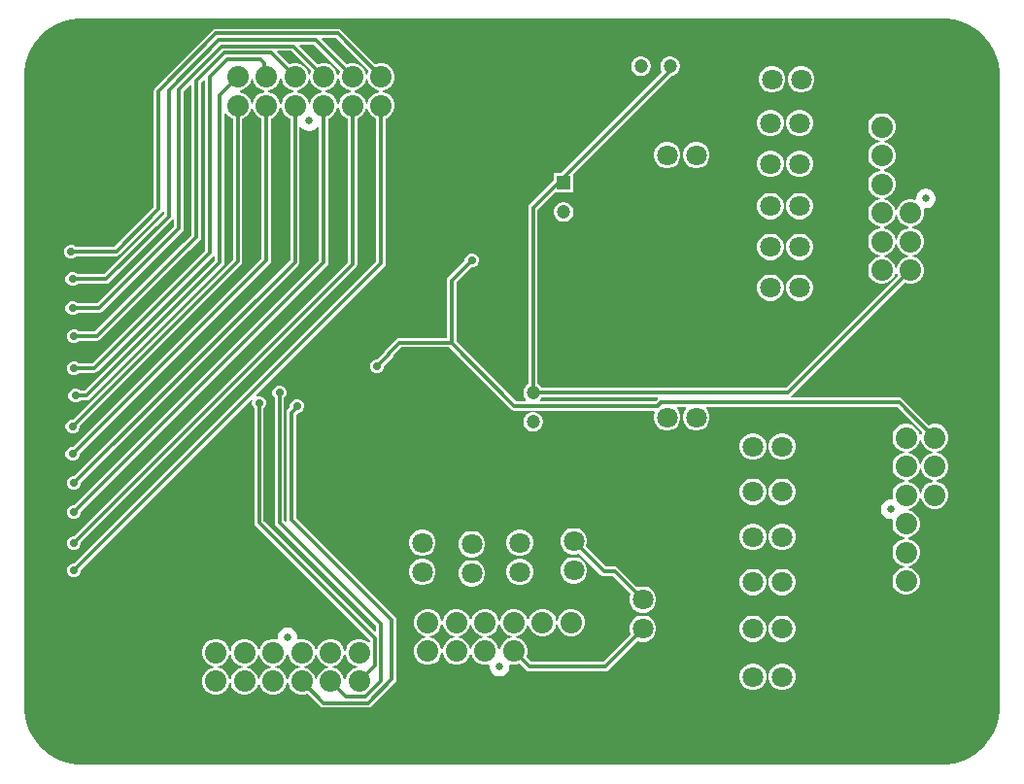
<source format=gbl>
G04*
G04 #@! TF.GenerationSoftware,Altium Limited,Altium Designer,24.1.2 (44)*
G04*
G04 Layer_Physical_Order=2*
G04 Layer_Color=16711680*
%FSLAX44Y44*%
%MOMM*%
G71*
G04*
G04 #@! TF.SameCoordinates,E38D7037-6A90-4068-B891-1ACC2802136D*
G04*
G04*
G04 #@! TF.FilePolarity,Positive*
G04*
G01*
G75*
%ADD35C,0.3000*%
%ADD36C,1.8000*%
%ADD37C,1.2000*%
%ADD38R,1.2000X1.2000*%
%ADD39C,1.8750*%
%ADD40C,0.6750*%
%ADD41R,1.2000X1.2000*%
%ADD42C,0.7000*%
G04:AMPARAMS|DCode=43|XSize=5mm|YSize=5mm|CornerRadius=1.25mm|HoleSize=0mm|Usage=FLASHONLY|Rotation=0.000|XOffset=0mm|YOffset=0mm|HoleType=Round|Shape=RoundedRectangle|*
%AMROUNDEDRECTD43*
21,1,5.0000,2.5000,0,0,0.0*
21,1,2.5000,5.0000,0,0,0.0*
1,1,2.5000,1.2500,-1.2500*
1,1,2.5000,-1.2500,-1.2500*
1,1,2.5000,-1.2500,1.2500*
1,1,2.5000,1.2500,1.2500*
%
%ADD43ROUNDEDRECTD43*%
G36*
X800000Y650000D02*
X803277D01*
X809775Y649144D01*
X816106Y647448D01*
X822162Y644940D01*
X827838Y641663D01*
X833038Y637673D01*
X837673Y633038D01*
X841663Y627838D01*
X844940Y622162D01*
X847448Y616106D01*
X849144Y609775D01*
X850000Y603277D01*
Y600000D01*
X850000Y600000D01*
X850000Y600000D01*
X850000Y50000D01*
Y46723D01*
X849145Y40224D01*
X847448Y33893D01*
X844940Y27838D01*
X841663Y22162D01*
X837673Y16962D01*
X833038Y12327D01*
X827838Y8337D01*
X822162Y5060D01*
X816106Y2552D01*
X809775Y856D01*
X803277Y0D01*
X46723D01*
X40224Y856D01*
X33893Y2552D01*
X27838Y5060D01*
X22162Y8337D01*
X16962Y12327D01*
X12327Y16962D01*
X8337Y22162D01*
X5060Y27838D01*
X2552Y33893D01*
X856Y40224D01*
X0Y46723D01*
X0Y50000D01*
X0Y600000D01*
Y603277D01*
X856Y609775D01*
X2552Y616106D01*
X5060Y622162D01*
X8337Y627838D01*
X12327Y633038D01*
X16962Y637673D01*
X22162Y641663D01*
X27838Y644940D01*
X33893Y647448D01*
X40224Y649144D01*
X46723Y650000D01*
X50000D01*
X50000Y650000D01*
X800000Y650000D01*
D02*
G37*
%LPC*%
G36*
X538334Y616870D02*
X536086D01*
X533914Y616288D01*
X531966Y615164D01*
X530376Y613574D01*
X529252Y611626D01*
X528670Y609454D01*
Y607206D01*
X529252Y605034D01*
X530376Y603086D01*
X531966Y601496D01*
X533914Y600372D01*
X536086Y599790D01*
X538334D01*
X540506Y600372D01*
X542454Y601496D01*
X544044Y603086D01*
X545168Y605034D01*
X545750Y607206D01*
Y609454D01*
X545168Y611626D01*
X544044Y613574D01*
X542454Y615164D01*
X540506Y616288D01*
X538334Y616870D01*
D02*
G37*
G36*
X678429Y608440D02*
X675391D01*
X672456Y607654D01*
X669824Y606134D01*
X667676Y603986D01*
X666156Y601354D01*
X665370Y598419D01*
Y595381D01*
X666156Y592446D01*
X667676Y589814D01*
X669824Y587666D01*
X672456Y586147D01*
X675391Y585360D01*
X678429D01*
X681364Y586147D01*
X683996Y587666D01*
X686144Y589814D01*
X687663Y592446D01*
X688450Y595381D01*
Y598419D01*
X687663Y601354D01*
X686144Y603986D01*
X683996Y606134D01*
X681364Y607654D01*
X678429Y608440D01*
D02*
G37*
G36*
X653029D02*
X649991D01*
X647056Y607654D01*
X644424Y606134D01*
X642276Y603986D01*
X640757Y601354D01*
X639970Y598419D01*
Y595381D01*
X640757Y592446D01*
X642276Y589814D01*
X644424Y587666D01*
X647056Y586147D01*
X649991Y585360D01*
X653029D01*
X655964Y586147D01*
X658596Y587666D01*
X660744Y589814D01*
X662263Y592446D01*
X663050Y595381D01*
Y598419D01*
X662263Y601354D01*
X660744Y603986D01*
X658596Y606134D01*
X655964Y607654D01*
X653029Y608440D01*
D02*
G37*
G36*
X677159Y570340D02*
X674121D01*
X671186Y569553D01*
X668554Y568034D01*
X666406Y565886D01*
X664886Y563254D01*
X664100Y560319D01*
Y557281D01*
X664886Y554346D01*
X666406Y551714D01*
X668554Y549566D01*
X671186Y548046D01*
X674121Y547260D01*
X677159D01*
X680094Y548046D01*
X682726Y549566D01*
X684874Y551714D01*
X686394Y554346D01*
X687180Y557281D01*
Y560319D01*
X686394Y563254D01*
X684874Y565886D01*
X682726Y568034D01*
X680094Y569553D01*
X677159Y570340D01*
D02*
G37*
G36*
X651759D02*
X648721D01*
X645786Y569553D01*
X643154Y568034D01*
X641006Y565886D01*
X639487Y563254D01*
X638700Y560319D01*
Y557281D01*
X639487Y554346D01*
X641006Y551714D01*
X643154Y549566D01*
X645786Y548046D01*
X648721Y547260D01*
X651759D01*
X654694Y548046D01*
X657326Y549566D01*
X659474Y551714D01*
X660993Y554346D01*
X661780Y557281D01*
Y560319D01*
X660993Y563254D01*
X659474Y565886D01*
X657326Y568034D01*
X654694Y569553D01*
X651759Y570340D01*
D02*
G37*
G36*
X586989Y542400D02*
X583951D01*
X581016Y541614D01*
X578384Y540094D01*
X576236Y537946D01*
X574716Y535314D01*
X573930Y532379D01*
Y529341D01*
X574716Y526406D01*
X576236Y523774D01*
X578384Y521626D01*
X581016Y520107D01*
X583951Y519320D01*
X586989D01*
X589924Y520107D01*
X592556Y521626D01*
X594704Y523774D01*
X596223Y526406D01*
X597010Y529341D01*
Y532379D01*
X596223Y535314D01*
X594704Y537946D01*
X592556Y540094D01*
X589924Y541614D01*
X586989Y542400D01*
D02*
G37*
G36*
X561589D02*
X558551D01*
X555616Y541614D01*
X552984Y540094D01*
X550836Y537946D01*
X549316Y535314D01*
X548530Y532379D01*
Y529341D01*
X549316Y526406D01*
X550836Y523774D01*
X552984Y521626D01*
X555616Y520107D01*
X558551Y519320D01*
X561589D01*
X564524Y520107D01*
X567156Y521626D01*
X569304Y523774D01*
X570824Y526406D01*
X571610Y529341D01*
Y532379D01*
X570824Y535314D01*
X569304Y537946D01*
X567156Y540094D01*
X564524Y541614D01*
X561589Y542400D01*
D02*
G37*
G36*
X677159Y534780D02*
X674121D01*
X671186Y533993D01*
X668554Y532474D01*
X666406Y530326D01*
X664886Y527694D01*
X664100Y524759D01*
Y521721D01*
X664886Y518786D01*
X666406Y516154D01*
X668554Y514006D01*
X671186Y512486D01*
X674121Y511700D01*
X677159D01*
X680094Y512486D01*
X682726Y514006D01*
X684874Y516154D01*
X686394Y518786D01*
X687180Y521721D01*
Y524759D01*
X686394Y527694D01*
X684874Y530326D01*
X682726Y532474D01*
X680094Y533993D01*
X677159Y534780D01*
D02*
G37*
G36*
X651759D02*
X648721D01*
X645786Y533993D01*
X643154Y532474D01*
X641006Y530326D01*
X639487Y527694D01*
X638700Y524759D01*
Y521721D01*
X639487Y518786D01*
X641006Y516154D01*
X643154Y514006D01*
X645786Y512486D01*
X648721Y511700D01*
X651759D01*
X654694Y512486D01*
X657326Y514006D01*
X659474Y516154D01*
X660993Y518786D01*
X661780Y521721D01*
Y524759D01*
X660993Y527694D01*
X659474Y530326D01*
X657326Y532474D01*
X654694Y533993D01*
X651759Y534780D01*
D02*
G37*
G36*
X677159Y497950D02*
X674121D01*
X671186Y497164D01*
X668554Y495644D01*
X666406Y493496D01*
X664886Y490864D01*
X664100Y487929D01*
Y484891D01*
X664886Y481956D01*
X666406Y479324D01*
X668554Y477176D01*
X671186Y475657D01*
X674121Y474870D01*
X677159D01*
X680094Y475657D01*
X682726Y477176D01*
X684874Y479324D01*
X686394Y481956D01*
X687180Y484891D01*
Y487929D01*
X686394Y490864D01*
X684874Y493496D01*
X682726Y495644D01*
X680094Y497164D01*
X677159Y497950D01*
D02*
G37*
G36*
X651759D02*
X648721D01*
X645786Y497164D01*
X643154Y495644D01*
X641006Y493496D01*
X639487Y490864D01*
X638700Y487929D01*
Y484891D01*
X639487Y481956D01*
X641006Y479324D01*
X643154Y477176D01*
X645786Y475657D01*
X648721Y474870D01*
X651759D01*
X654694Y475657D01*
X657326Y477176D01*
X659474Y479324D01*
X660993Y481956D01*
X661780Y484891D01*
Y487929D01*
X660993Y490864D01*
X659474Y493496D01*
X657326Y495644D01*
X654694Y497164D01*
X651759Y497950D01*
D02*
G37*
G36*
X471024Y489870D02*
X468776D01*
X466604Y489288D01*
X464656Y488164D01*
X463066Y486574D01*
X461942Y484626D01*
X461360Y482454D01*
Y480206D01*
X461942Y478034D01*
X463066Y476086D01*
X464656Y474496D01*
X466604Y473372D01*
X468776Y472790D01*
X471024D01*
X473196Y473372D01*
X475144Y474496D01*
X476734Y476086D01*
X477858Y478034D01*
X478440Y480206D01*
Y482454D01*
X477858Y484626D01*
X476734Y486574D01*
X475144Y488164D01*
X473196Y489288D01*
X471024Y489870D01*
D02*
G37*
G36*
X677159Y462390D02*
X674121D01*
X671186Y461604D01*
X668554Y460084D01*
X666406Y457936D01*
X664886Y455304D01*
X664100Y452369D01*
Y449331D01*
X664886Y446396D01*
X666406Y443764D01*
X668554Y441616D01*
X671186Y440097D01*
X674121Y439310D01*
X677159D01*
X680094Y440097D01*
X682726Y441616D01*
X684874Y443764D01*
X686394Y446396D01*
X687180Y449331D01*
Y452369D01*
X686394Y455304D01*
X684874Y457936D01*
X682726Y460084D01*
X680094Y461604D01*
X677159Y462390D01*
D02*
G37*
G36*
X651759D02*
X648721D01*
X645786Y461604D01*
X643154Y460084D01*
X641006Y457936D01*
X639487Y455304D01*
X638700Y452369D01*
Y449331D01*
X639487Y446396D01*
X641006Y443764D01*
X643154Y441616D01*
X645786Y440097D01*
X648721Y439310D01*
X651759D01*
X654694Y440097D01*
X657326Y441616D01*
X659474Y443764D01*
X660993Y446396D01*
X661780Y449331D01*
Y452369D01*
X660993Y455304D01*
X659474Y457936D01*
X657326Y460084D01*
X654694Y461604D01*
X651759Y462390D01*
D02*
G37*
G36*
X677159Y426830D02*
X674121D01*
X671186Y426044D01*
X668554Y424524D01*
X666406Y422376D01*
X664886Y419744D01*
X664100Y416809D01*
Y413771D01*
X664886Y410836D01*
X666406Y408204D01*
X668554Y406056D01*
X671186Y404537D01*
X674121Y403750D01*
X677159D01*
X680094Y404537D01*
X682726Y406056D01*
X684874Y408204D01*
X686394Y410836D01*
X687180Y413771D01*
Y416809D01*
X686394Y419744D01*
X684874Y422376D01*
X682726Y424524D01*
X680094Y426044D01*
X677159Y426830D01*
D02*
G37*
G36*
X651759D02*
X648721D01*
X645786Y426044D01*
X643154Y424524D01*
X641006Y422376D01*
X639487Y419744D01*
X638700Y416809D01*
Y413771D01*
X639487Y410836D01*
X641006Y408204D01*
X643154Y406056D01*
X645786Y404537D01*
X648721Y403750D01*
X651759D01*
X654694Y404537D01*
X657326Y406056D01*
X659474Y408204D01*
X660993Y410836D01*
X661780Y413771D01*
Y416809D01*
X660993Y419744D01*
X659474Y422376D01*
X657326Y424524D01*
X654694Y426044D01*
X651759Y426830D01*
D02*
G37*
G36*
X563734Y616870D02*
X561486D01*
X559314Y616288D01*
X557366Y615164D01*
X555776Y613574D01*
X554652Y611626D01*
X554070Y609454D01*
Y607206D01*
X554652Y605034D01*
X555621Y603356D01*
X467535Y515270D01*
X461360D01*
Y509095D01*
X458097Y505833D01*
X458097Y505833D01*
X440317Y488053D01*
X439424Y486716D01*
X439111Y485140D01*
Y331333D01*
X437986Y330684D01*
X436396Y329094D01*
X435272Y327146D01*
X434690Y324974D01*
Y322726D01*
X435272Y320554D01*
X436396Y318606D01*
X437193Y317809D01*
X436667Y316539D01*
X428426D01*
X376349Y368616D01*
Y420054D01*
X389675Y433380D01*
X391091D01*
X393311Y434300D01*
X395010Y435999D01*
X395930Y438219D01*
Y440621D01*
X395010Y442841D01*
X393311Y444540D01*
X391091Y445460D01*
X388689D01*
X386469Y444540D01*
X384770Y442841D01*
X383850Y440621D01*
Y439205D01*
X369317Y424673D01*
X368424Y423336D01*
X368111Y421760D01*
Y371659D01*
X326877D01*
X325300Y371346D01*
X323964Y370453D01*
X314578Y361067D01*
X313686Y359731D01*
X313475Y358670D01*
X307555Y352750D01*
X306139D01*
X303919Y351830D01*
X302220Y350131D01*
X301300Y347911D01*
Y345509D01*
X302220Y343289D01*
X303919Y341590D01*
X306139Y340670D01*
X308541D01*
X310761Y341590D01*
X312460Y343289D01*
X313380Y345509D01*
Y346925D01*
X320404Y353949D01*
X321297Y355285D01*
X321508Y356346D01*
X328583Y363421D01*
X369894D01*
X423807Y309507D01*
X425144Y308614D01*
X426720Y308301D01*
X548963D01*
X549598Y307201D01*
X549316Y306714D01*
X548530Y303779D01*
Y300741D01*
X549316Y297806D01*
X550836Y295174D01*
X552984Y293026D01*
X555616Y291507D01*
X558551Y290720D01*
X561589D01*
X564524Y291507D01*
X567156Y293026D01*
X569304Y295174D01*
X570824Y297806D01*
X571610Y300741D01*
Y303779D01*
X570824Y306714D01*
X569304Y309346D01*
X568642Y310007D01*
X569128Y311181D01*
X576412D01*
X576898Y310007D01*
X576236Y309346D01*
X574716Y306714D01*
X573930Y303779D01*
Y300741D01*
X574716Y297806D01*
X576236Y295174D01*
X578384Y293026D01*
X581016Y291507D01*
X583951Y290720D01*
X586989D01*
X589924Y291507D01*
X592556Y293026D01*
X594704Y295174D01*
X596223Y297806D01*
X597010Y300741D01*
Y303779D01*
X596223Y306714D01*
X594704Y309346D01*
X594042Y310007D01*
X594529Y311181D01*
X760894D01*
X782495Y289579D01*
X782247Y289149D01*
X781474Y286265D01*
X781078Y286217D01*
X780622D01*
X780226Y286265D01*
X779453Y289149D01*
X777884Y291866D01*
X775666Y294084D01*
X772949Y295653D01*
X769919Y296465D01*
X766781D01*
X763751Y295653D01*
X761034Y294084D01*
X758816Y291866D01*
X757247Y289149D01*
X756435Y286119D01*
Y282981D01*
X757247Y279951D01*
X758816Y277234D01*
X761034Y275016D01*
X763751Y273447D01*
X766635Y272674D01*
X766683Y272278D01*
Y271822D01*
X766635Y271426D01*
X763751Y270653D01*
X761034Y269084D01*
X758816Y266866D01*
X757247Y264149D01*
X756435Y261119D01*
Y257981D01*
X757247Y254951D01*
X758816Y252234D01*
X761034Y250016D01*
X763751Y248447D01*
X766635Y247674D01*
X766683Y247278D01*
Y246822D01*
X766635Y246426D01*
X763751Y245653D01*
X761034Y244084D01*
X758816Y241866D01*
X757247Y239149D01*
X756435Y236119D01*
Y232981D01*
X756818Y231552D01*
X755761Y230590D01*
X753826D01*
X751654Y230008D01*
X749706Y228884D01*
X748116Y227294D01*
X746992Y225346D01*
X746410Y223174D01*
Y220926D01*
X746992Y218754D01*
X748116Y216806D01*
X749706Y215216D01*
X751654Y214092D01*
X753826Y213510D01*
X755761D01*
X756818Y212548D01*
X756435Y211119D01*
Y207981D01*
X757247Y204951D01*
X758816Y202234D01*
X761034Y200016D01*
X763751Y198447D01*
X766635Y197674D01*
X766683Y197278D01*
Y196822D01*
X766635Y196426D01*
X763751Y195653D01*
X761034Y194084D01*
X758816Y191866D01*
X757247Y189149D01*
X756435Y186119D01*
Y182981D01*
X757247Y179951D01*
X758816Y177234D01*
X761034Y175016D01*
X763751Y173447D01*
X766635Y172674D01*
X766683Y172278D01*
Y171822D01*
X766635Y171426D01*
X763751Y170653D01*
X761034Y169084D01*
X758816Y166866D01*
X757247Y164149D01*
X756435Y161119D01*
Y157981D01*
X757247Y154951D01*
X758816Y152234D01*
X761034Y150016D01*
X763751Y148447D01*
X766781Y147635D01*
X769919D01*
X772949Y148447D01*
X775666Y150016D01*
X777884Y152234D01*
X779453Y154951D01*
X780265Y157981D01*
Y161119D01*
X779453Y164149D01*
X777884Y166866D01*
X775666Y169084D01*
X772949Y170653D01*
X770065Y171426D01*
X770017Y171822D01*
Y172278D01*
X770065Y172674D01*
X772949Y173447D01*
X775666Y175016D01*
X777884Y177234D01*
X779453Y179951D01*
X780265Y182981D01*
Y186119D01*
X779453Y189149D01*
X777884Y191866D01*
X775666Y194084D01*
X772949Y195653D01*
X770065Y196426D01*
X770017Y196822D01*
Y197278D01*
X770065Y197674D01*
X772949Y198447D01*
X775666Y200016D01*
X777884Y202234D01*
X779453Y204951D01*
X780265Y207981D01*
Y211119D01*
X779453Y214149D01*
X777884Y216866D01*
X775666Y219084D01*
X772949Y220653D01*
X770065Y221426D01*
X770017Y221822D01*
Y222278D01*
X770065Y222674D01*
X772949Y223447D01*
X775666Y225016D01*
X777884Y227234D01*
X779453Y229951D01*
X780226Y232835D01*
X780622Y232883D01*
X781078D01*
X781474Y232835D01*
X782247Y229951D01*
X783816Y227234D01*
X786034Y225016D01*
X788751Y223447D01*
X791781Y222635D01*
X794919D01*
X797949Y223447D01*
X800666Y225016D01*
X802884Y227234D01*
X804453Y229951D01*
X805265Y232981D01*
Y236119D01*
X804453Y239149D01*
X802884Y241866D01*
X800666Y244084D01*
X797949Y245653D01*
X795065Y246426D01*
X795017Y246822D01*
Y247278D01*
X795065Y247674D01*
X797949Y248447D01*
X800666Y250016D01*
X802884Y252234D01*
X804453Y254951D01*
X805265Y257981D01*
Y261119D01*
X804453Y264149D01*
X802884Y266866D01*
X800666Y269084D01*
X797949Y270653D01*
X795065Y271426D01*
X795017Y271822D01*
Y272278D01*
X795065Y272674D01*
X797949Y273447D01*
X800666Y275016D01*
X802884Y277234D01*
X804453Y279951D01*
X805265Y282981D01*
Y286119D01*
X804453Y289149D01*
X802884Y291866D01*
X800666Y294084D01*
X797949Y295653D01*
X794919Y296465D01*
X791781D01*
X788751Y295653D01*
X788321Y295405D01*
X765513Y318213D01*
X764176Y319106D01*
X762600Y319419D01*
X668476D01*
X668091Y320689D01*
X668463Y320937D01*
X767131Y419605D01*
X767561Y419357D01*
X770591Y418545D01*
X773729D01*
X776759Y419357D01*
X779476Y420926D01*
X781694Y423144D01*
X783263Y425861D01*
X784075Y428891D01*
Y432029D01*
X783263Y435059D01*
X781694Y437776D01*
X779476Y439994D01*
X776759Y441563D01*
X773875Y442336D01*
X773827Y442732D01*
Y443188D01*
X773875Y443584D01*
X776759Y444357D01*
X779476Y445926D01*
X781694Y448144D01*
X783263Y450861D01*
X784075Y453891D01*
Y457029D01*
X783263Y460059D01*
X781694Y462776D01*
X779476Y464994D01*
X776759Y466563D01*
X773875Y467336D01*
X773827Y467732D01*
Y468188D01*
X773875Y468584D01*
X776759Y469357D01*
X779476Y470926D01*
X781694Y473144D01*
X783263Y475861D01*
X784075Y478891D01*
Y482029D01*
X783692Y483458D01*
X784749Y484420D01*
X786684D01*
X788856Y485002D01*
X790804Y486126D01*
X792394Y487716D01*
X793518Y489664D01*
X794100Y491836D01*
Y494084D01*
X793518Y496256D01*
X792394Y498204D01*
X790804Y499794D01*
X788856Y500918D01*
X786684Y501500D01*
X784436D01*
X782264Y500918D01*
X780316Y499794D01*
X778726Y498204D01*
X777602Y496256D01*
X777020Y494084D01*
Y492808D01*
X775751Y491833D01*
X773729Y492375D01*
X770591D01*
X767561Y491563D01*
X764844Y489994D01*
X762626Y487776D01*
X761057Y485059D01*
X760284Y482175D01*
X759888Y482127D01*
X759432D01*
X759036Y482175D01*
X758263Y485059D01*
X756694Y487776D01*
X754476Y489994D01*
X751759Y491563D01*
X748875Y492336D01*
X748827Y492732D01*
Y493188D01*
X748875Y493584D01*
X751759Y494357D01*
X754476Y495926D01*
X756694Y498144D01*
X758263Y500861D01*
X759075Y503891D01*
Y507029D01*
X758263Y510059D01*
X756694Y512776D01*
X754476Y514994D01*
X751759Y516563D01*
X748875Y517336D01*
X748827Y517732D01*
Y518188D01*
X748875Y518584D01*
X751759Y519357D01*
X754476Y520926D01*
X756694Y523144D01*
X758263Y525861D01*
X759075Y528891D01*
Y532029D01*
X758263Y535059D01*
X756694Y537776D01*
X754476Y539994D01*
X751759Y541563D01*
X748875Y542336D01*
X748827Y542732D01*
Y543188D01*
X748875Y543584D01*
X751759Y544357D01*
X754476Y545926D01*
X756694Y548144D01*
X758263Y550861D01*
X759075Y553891D01*
Y557029D01*
X758263Y560059D01*
X756694Y562776D01*
X754476Y564994D01*
X751759Y566563D01*
X748729Y567375D01*
X745591D01*
X742561Y566563D01*
X739844Y564994D01*
X737626Y562776D01*
X736057Y560059D01*
X735245Y557029D01*
Y553891D01*
X736057Y550861D01*
X737626Y548144D01*
X739844Y545926D01*
X742561Y544357D01*
X745445Y543584D01*
X745493Y543188D01*
Y542732D01*
X745445Y542336D01*
X742561Y541563D01*
X739844Y539994D01*
X737626Y537776D01*
X736057Y535059D01*
X735245Y532029D01*
Y528891D01*
X736057Y525861D01*
X737626Y523144D01*
X739844Y520926D01*
X742561Y519357D01*
X745445Y518584D01*
X745493Y518188D01*
Y517732D01*
X745445Y517336D01*
X742561Y516563D01*
X739844Y514994D01*
X737626Y512776D01*
X736057Y510059D01*
X735245Y507029D01*
Y503891D01*
X736057Y500861D01*
X737626Y498144D01*
X739844Y495926D01*
X742561Y494357D01*
X745445Y493584D01*
X745493Y493188D01*
Y492732D01*
X745445Y492336D01*
X742561Y491563D01*
X739844Y489994D01*
X737626Y487776D01*
X736057Y485059D01*
X735245Y482029D01*
Y478891D01*
X736057Y475861D01*
X737626Y473144D01*
X739844Y470926D01*
X742561Y469357D01*
X745445Y468584D01*
X745493Y468188D01*
Y467732D01*
X745445Y467336D01*
X742561Y466563D01*
X739844Y464994D01*
X737626Y462776D01*
X736057Y460059D01*
X735245Y457029D01*
Y453891D01*
X736057Y450861D01*
X737626Y448144D01*
X739844Y445926D01*
X742561Y444357D01*
X745445Y443584D01*
X745493Y443188D01*
Y442732D01*
X745445Y442336D01*
X742561Y441563D01*
X739844Y439994D01*
X737626Y437776D01*
X736057Y435059D01*
X735245Y432029D01*
Y428891D01*
X736057Y425861D01*
X737626Y423144D01*
X739844Y420926D01*
X742561Y419357D01*
X745591Y418545D01*
X748729D01*
X751759Y419357D01*
X754476Y420926D01*
X756694Y423144D01*
X758263Y425861D01*
X759036Y428745D01*
X759432Y428793D01*
X759888D01*
X760284Y428745D01*
X761057Y425861D01*
X761305Y425431D01*
X663844Y327969D01*
X450713D01*
X450064Y329094D01*
X448474Y330684D01*
X447349Y331333D01*
Y483434D01*
X462105Y498190D01*
X478440D01*
Y514525D01*
X563705Y599790D01*
X563734D01*
X565906Y600372D01*
X567854Y601496D01*
X569444Y603086D01*
X570568Y605034D01*
X571150Y607206D01*
Y609454D01*
X570568Y611626D01*
X569444Y613574D01*
X567854Y615164D01*
X565906Y616288D01*
X563734Y616870D01*
D02*
G37*
G36*
X444354Y306990D02*
X442106D01*
X439934Y306408D01*
X437986Y305284D01*
X436396Y303694D01*
X435272Y301746D01*
X434690Y299574D01*
Y297326D01*
X435272Y295154D01*
X436396Y293206D01*
X437986Y291616D01*
X439934Y290492D01*
X442106Y289910D01*
X444354D01*
X446526Y290492D01*
X448474Y291616D01*
X450064Y293206D01*
X451188Y295154D01*
X451770Y297326D01*
Y299574D01*
X451188Y301746D01*
X450064Y303694D01*
X448474Y305284D01*
X446526Y306408D01*
X444354Y306990D01*
D02*
G37*
G36*
X661919Y288400D02*
X658881D01*
X655946Y287614D01*
X653314Y286094D01*
X651166Y283946D01*
X649647Y281314D01*
X648860Y278379D01*
Y275341D01*
X649647Y272406D01*
X651166Y269774D01*
X653314Y267626D01*
X655946Y266106D01*
X658881Y265320D01*
X661919D01*
X664854Y266106D01*
X667486Y267626D01*
X669634Y269774D01*
X671153Y272406D01*
X671940Y275341D01*
Y278379D01*
X671153Y281314D01*
X669634Y283946D01*
X667486Y286094D01*
X664854Y287614D01*
X661919Y288400D01*
D02*
G37*
G36*
X636519D02*
X633481D01*
X630546Y287614D01*
X627914Y286094D01*
X625766Y283946D01*
X624246Y281314D01*
X623460Y278379D01*
Y275341D01*
X624246Y272406D01*
X625766Y269774D01*
X627914Y267626D01*
X630546Y266106D01*
X633481Y265320D01*
X636519D01*
X639454Y266106D01*
X642086Y267626D01*
X644234Y269774D01*
X645753Y272406D01*
X646540Y275341D01*
Y278379D01*
X645753Y281314D01*
X644234Y283946D01*
X642086Y286094D01*
X639454Y287614D01*
X636519Y288400D01*
D02*
G37*
G36*
X661919Y249030D02*
X658881D01*
X655946Y248244D01*
X653314Y246724D01*
X651166Y244576D01*
X649647Y241944D01*
X648860Y239009D01*
Y235971D01*
X649647Y233036D01*
X651166Y230404D01*
X653314Y228256D01*
X655946Y226737D01*
X658881Y225950D01*
X661919D01*
X664854Y226737D01*
X667486Y228256D01*
X669634Y230404D01*
X671153Y233036D01*
X671940Y235971D01*
Y239009D01*
X671153Y241944D01*
X669634Y244576D01*
X667486Y246724D01*
X664854Y248244D01*
X661919Y249030D01*
D02*
G37*
G36*
X636519D02*
X633481D01*
X630546Y248244D01*
X627914Y246724D01*
X625766Y244576D01*
X624246Y241944D01*
X623460Y239009D01*
Y235971D01*
X624246Y233036D01*
X625766Y230404D01*
X627914Y228256D01*
X630546Y226737D01*
X633481Y225950D01*
X636519D01*
X639454Y226737D01*
X642086Y228256D01*
X644234Y230404D01*
X645753Y233036D01*
X646540Y235971D01*
Y239009D01*
X645753Y241944D01*
X644234Y244576D01*
X642086Y246724D01*
X639454Y248244D01*
X636519Y249030D01*
D02*
G37*
G36*
X661919Y209660D02*
X658881D01*
X655946Y208874D01*
X653314Y207354D01*
X651166Y205206D01*
X649647Y202574D01*
X648860Y199639D01*
Y196601D01*
X649647Y193666D01*
X651166Y191034D01*
X653314Y188886D01*
X655946Y187367D01*
X658881Y186580D01*
X661919D01*
X664854Y187367D01*
X667486Y188886D01*
X669634Y191034D01*
X671153Y193666D01*
X671940Y196601D01*
Y199639D01*
X671153Y202574D01*
X669634Y205206D01*
X667486Y207354D01*
X664854Y208874D01*
X661919Y209660D01*
D02*
G37*
G36*
X636519D02*
X633481D01*
X630546Y208874D01*
X627914Y207354D01*
X625766Y205206D01*
X624246Y202574D01*
X623460Y199639D01*
Y196601D01*
X624246Y193666D01*
X625766Y191034D01*
X627914Y188886D01*
X630546Y187367D01*
X633481Y186580D01*
X636519D01*
X639454Y187367D01*
X642086Y188886D01*
X644234Y191034D01*
X645753Y193666D01*
X646540Y196601D01*
Y199639D01*
X645753Y202574D01*
X644234Y205206D01*
X642086Y207354D01*
X639454Y208874D01*
X636519Y209660D01*
D02*
G37*
G36*
X433319Y204580D02*
X430281D01*
X427346Y203794D01*
X424714Y202274D01*
X422566Y200126D01*
X421046Y197494D01*
X420260Y194559D01*
Y191521D01*
X421046Y188586D01*
X422566Y185954D01*
X424714Y183806D01*
X427346Y182286D01*
X430281Y181500D01*
X433319D01*
X436254Y182286D01*
X438886Y183806D01*
X441034Y185954D01*
X442553Y188586D01*
X443340Y191521D01*
Y194559D01*
X442553Y197494D01*
X441034Y200126D01*
X438886Y202274D01*
X436254Y203794D01*
X433319Y204580D01*
D02*
G37*
G36*
X348229D02*
X345191D01*
X342256Y203794D01*
X339624Y202274D01*
X337476Y200126D01*
X335956Y197494D01*
X335170Y194559D01*
Y191521D01*
X335956Y188586D01*
X337476Y185954D01*
X339624Y183806D01*
X342256Y182286D01*
X345191Y181500D01*
X348229D01*
X351164Y182286D01*
X353796Y183806D01*
X355944Y185954D01*
X357463Y188586D01*
X358250Y191521D01*
Y194559D01*
X357463Y197494D01*
X355944Y200126D01*
X353796Y202274D01*
X351164Y203794D01*
X348229Y204580D01*
D02*
G37*
G36*
X391409Y203310D02*
X388371D01*
X385436Y202523D01*
X382804Y201004D01*
X380656Y198856D01*
X379137Y196224D01*
X378350Y193289D01*
Y190251D01*
X379137Y187316D01*
X380656Y184684D01*
X382804Y182536D01*
X385436Y181017D01*
X388371Y180230D01*
X391409D01*
X394344Y181017D01*
X396976Y182536D01*
X399124Y184684D01*
X400644Y187316D01*
X401430Y190251D01*
Y193289D01*
X400644Y196224D01*
X399124Y198856D01*
X396976Y201004D01*
X394344Y202523D01*
X391409Y203310D01*
D02*
G37*
G36*
X480309Y180450D02*
X477271D01*
X474336Y179664D01*
X471704Y178144D01*
X469556Y175996D01*
X468036Y173364D01*
X467250Y170429D01*
Y167391D01*
X468036Y164456D01*
X469556Y161824D01*
X471704Y159676D01*
X474336Y158156D01*
X477271Y157370D01*
X480309D01*
X483244Y158156D01*
X485876Y159676D01*
X488024Y161824D01*
X489543Y164456D01*
X490330Y167391D01*
Y170429D01*
X489543Y173364D01*
X488024Y175996D01*
X485876Y178144D01*
X483244Y179664D01*
X480309Y180450D01*
D02*
G37*
G36*
X433319Y179180D02*
X430281D01*
X427346Y178393D01*
X424714Y176874D01*
X422566Y174726D01*
X421046Y172094D01*
X420260Y169159D01*
Y166121D01*
X421046Y163186D01*
X422566Y160554D01*
X424714Y158406D01*
X427346Y156887D01*
X430281Y156100D01*
X433319D01*
X436254Y156887D01*
X438886Y158406D01*
X441034Y160554D01*
X442553Y163186D01*
X443340Y166121D01*
Y169159D01*
X442553Y172094D01*
X441034Y174726D01*
X438886Y176874D01*
X436254Y178393D01*
X433319Y179180D01*
D02*
G37*
G36*
X348229D02*
X345191D01*
X342256Y178393D01*
X339624Y176874D01*
X337476Y174726D01*
X335956Y172094D01*
X335170Y169159D01*
Y166121D01*
X335956Y163186D01*
X337476Y160554D01*
X339624Y158406D01*
X342256Y156887D01*
X345191Y156100D01*
X348229D01*
X351164Y156887D01*
X353796Y158406D01*
X355944Y160554D01*
X357463Y163186D01*
X358250Y166121D01*
Y169159D01*
X357463Y172094D01*
X355944Y174726D01*
X353796Y176874D01*
X351164Y178393D01*
X348229Y179180D01*
D02*
G37*
G36*
X391409Y177910D02*
X388371D01*
X385436Y177124D01*
X382804Y175604D01*
X380656Y173456D01*
X379137Y170824D01*
X378350Y167889D01*
Y164851D01*
X379137Y161916D01*
X380656Y159284D01*
X382804Y157136D01*
X385436Y155617D01*
X388371Y154830D01*
X391409D01*
X394344Y155617D01*
X396976Y157136D01*
X399124Y159284D01*
X400644Y161916D01*
X401430Y164851D01*
Y167889D01*
X400644Y170824D01*
X399124Y173456D01*
X396976Y175604D01*
X394344Y177124D01*
X391409Y177910D01*
D02*
G37*
G36*
X661919Y170290D02*
X658881D01*
X655946Y169503D01*
X653314Y167984D01*
X651166Y165836D01*
X649647Y163204D01*
X648860Y160269D01*
Y157231D01*
X649647Y154296D01*
X651166Y151664D01*
X653314Y149516D01*
X655946Y147997D01*
X658881Y147210D01*
X661919D01*
X664854Y147997D01*
X667486Y149516D01*
X669634Y151664D01*
X671153Y154296D01*
X671940Y157231D01*
Y160269D01*
X671153Y163204D01*
X669634Y165836D01*
X667486Y167984D01*
X664854Y169503D01*
X661919Y170290D01*
D02*
G37*
G36*
X636519D02*
X633481D01*
X630546Y169503D01*
X627914Y167984D01*
X625766Y165836D01*
X624246Y163204D01*
X623460Y160269D01*
Y157231D01*
X624246Y154296D01*
X625766Y151664D01*
X627914Y149516D01*
X630546Y147997D01*
X633481Y147210D01*
X636519D01*
X639454Y147997D01*
X642086Y149516D01*
X644234Y151664D01*
X645753Y154296D01*
X646540Y157231D01*
Y160269D01*
X645753Y163204D01*
X644234Y165836D01*
X642086Y167984D01*
X639454Y169503D01*
X636519Y170290D01*
D02*
G37*
G36*
X480309Y205850D02*
X477271D01*
X474336Y205063D01*
X471704Y203544D01*
X469556Y201396D01*
X468036Y198764D01*
X467250Y195829D01*
Y192791D01*
X468036Y189856D01*
X469556Y187224D01*
X471704Y185076D01*
X474336Y183556D01*
X477271Y182770D01*
X480309D01*
X483244Y183556D01*
X483545Y183730D01*
X502292Y164983D01*
X503628Y164090D01*
X505205Y163776D01*
X512923D01*
X528434Y148265D01*
X528261Y147964D01*
X527474Y145029D01*
Y141991D01*
X528261Y139056D01*
X529780Y136424D01*
X531928Y134276D01*
X534560Y132757D01*
X537495Y131970D01*
X540533D01*
X543469Y132757D01*
X546100Y134276D01*
X548248Y136424D01*
X549768Y139056D01*
X550554Y141991D01*
Y145029D01*
X549768Y147964D01*
X548248Y150596D01*
X546100Y152744D01*
X543469Y154263D01*
X540533Y155050D01*
X537495D01*
X534560Y154263D01*
X534259Y154090D01*
X517542Y170808D01*
X516205Y171701D01*
X514629Y172014D01*
X506911D01*
X489370Y189555D01*
X489543Y189856D01*
X490330Y192791D01*
Y195829D01*
X489543Y198764D01*
X488024Y201396D01*
X485876Y203544D01*
X483244Y205063D01*
X480309Y205850D01*
D02*
G37*
G36*
X478089Y135405D02*
X474951D01*
X471921Y134593D01*
X469204Y133024D01*
X466986Y130806D01*
X465417Y128089D01*
X464644Y125205D01*
X464248Y125157D01*
X463792D01*
X463396Y125205D01*
X462623Y128089D01*
X461054Y130806D01*
X458836Y133024D01*
X456119Y134593D01*
X453089Y135405D01*
X449951D01*
X446921Y134593D01*
X444204Y133024D01*
X441986Y130806D01*
X440417Y128089D01*
X439644Y125205D01*
X439248Y125157D01*
X438792D01*
X438396Y125205D01*
X437623Y128089D01*
X436054Y130806D01*
X433836Y133024D01*
X431119Y134593D01*
X428089Y135405D01*
X424951D01*
X421921Y134593D01*
X419204Y133024D01*
X416986Y130806D01*
X415417Y128089D01*
X414644Y125205D01*
X414248Y125157D01*
X413792D01*
X413396Y125205D01*
X412623Y128089D01*
X411054Y130806D01*
X408836Y133024D01*
X406119Y134593D01*
X403089Y135405D01*
X399951D01*
X396921Y134593D01*
X394204Y133024D01*
X391986Y130806D01*
X390417Y128089D01*
X389644Y125205D01*
X389248Y125157D01*
X388792D01*
X388396Y125205D01*
X387623Y128089D01*
X386054Y130806D01*
X383836Y133024D01*
X381119Y134593D01*
X378089Y135405D01*
X374951D01*
X371921Y134593D01*
X369204Y133024D01*
X366986Y130806D01*
X365417Y128089D01*
X364644Y125205D01*
X364248Y125157D01*
X363792D01*
X363396Y125205D01*
X362623Y128089D01*
X361054Y130806D01*
X358836Y133024D01*
X356119Y134593D01*
X353089Y135405D01*
X349951D01*
X346921Y134593D01*
X344204Y133024D01*
X341986Y130806D01*
X340417Y128089D01*
X339605Y125059D01*
Y121921D01*
X340417Y118891D01*
X341986Y116174D01*
X344204Y113956D01*
X346921Y112387D01*
X349805Y111614D01*
X349853Y111218D01*
Y110762D01*
X349805Y110366D01*
X346921Y109593D01*
X344204Y108024D01*
X341986Y105806D01*
X340417Y103089D01*
X339605Y100059D01*
Y96921D01*
X340417Y93891D01*
X341986Y91174D01*
X344204Y88956D01*
X346921Y87387D01*
X349951Y86575D01*
X353089D01*
X356119Y87387D01*
X358836Y88956D01*
X361054Y91174D01*
X362623Y93891D01*
X363396Y96775D01*
X363792Y96823D01*
X364248D01*
X364644Y96775D01*
X365417Y93891D01*
X366986Y91174D01*
X369204Y88956D01*
X371921Y87387D01*
X374951Y86575D01*
X378089D01*
X381119Y87387D01*
X383836Y88956D01*
X386054Y91174D01*
X387623Y93891D01*
X388396Y96775D01*
X388792Y96823D01*
X389248D01*
X389644Y96775D01*
X390417Y93891D01*
X391986Y91174D01*
X394204Y88956D01*
X396921Y87387D01*
X399951Y86575D01*
X403089D01*
X404518Y86958D01*
X405480Y85901D01*
Y83966D01*
X406062Y81794D01*
X407186Y79846D01*
X408776Y78256D01*
X410724Y77132D01*
X412896Y76550D01*
X415144D01*
X417316Y77132D01*
X419264Y78256D01*
X420854Y79846D01*
X421978Y81794D01*
X422560Y83966D01*
Y85901D01*
X423522Y86958D01*
X424951Y86575D01*
X428089D01*
X431119Y87387D01*
X431549Y87635D01*
X437022Y82162D01*
X438359Y81269D01*
X439935Y80956D01*
X505979D01*
X507556Y81269D01*
X508892Y82162D01*
X534259Y107530D01*
X534560Y107357D01*
X537495Y106570D01*
X540533D01*
X543469Y107357D01*
X546100Y108876D01*
X548248Y111024D01*
X549768Y113656D01*
X550554Y116591D01*
Y119629D01*
X549768Y122564D01*
X548248Y125196D01*
X546100Y127344D01*
X543469Y128863D01*
X540533Y129650D01*
X537495D01*
X534560Y128863D01*
X531928Y127344D01*
X529780Y125196D01*
X528261Y122564D01*
X527474Y119629D01*
Y116591D01*
X528261Y113656D01*
X528434Y113355D01*
X504273Y89194D01*
X441641D01*
X437375Y93461D01*
X437623Y93891D01*
X438435Y96921D01*
Y100059D01*
X437623Y103089D01*
X436054Y105806D01*
X433836Y108024D01*
X431119Y109593D01*
X428235Y110366D01*
X428187Y110762D01*
Y111218D01*
X428235Y111614D01*
X431119Y112387D01*
X433836Y113956D01*
X436054Y116174D01*
X437623Y118891D01*
X438396Y121775D01*
X438792Y121823D01*
X439248D01*
X439644Y121775D01*
X440417Y118891D01*
X441986Y116174D01*
X444204Y113956D01*
X446921Y112387D01*
X449951Y111575D01*
X453089D01*
X456119Y112387D01*
X458836Y113956D01*
X461054Y116174D01*
X462623Y118891D01*
X463396Y121775D01*
X463792Y121823D01*
X464248D01*
X464644Y121775D01*
X465417Y118891D01*
X466986Y116174D01*
X469204Y113956D01*
X471921Y112387D01*
X474951Y111575D01*
X478089D01*
X481119Y112387D01*
X483836Y113956D01*
X486054Y116174D01*
X487623Y118891D01*
X488435Y121921D01*
Y125059D01*
X487623Y128089D01*
X486054Y130806D01*
X483836Y133024D01*
X481119Y134593D01*
X478089Y135405D01*
D02*
G37*
G36*
X661919Y129650D02*
X658881D01*
X655946Y128863D01*
X653314Y127344D01*
X651166Y125196D01*
X649647Y122564D01*
X648860Y119629D01*
Y116591D01*
X649647Y113656D01*
X651166Y111024D01*
X653314Y108876D01*
X655946Y107357D01*
X658881Y106570D01*
X661919D01*
X664854Y107357D01*
X667486Y108876D01*
X669634Y111024D01*
X671153Y113656D01*
X671940Y116591D01*
Y119629D01*
X671153Y122564D01*
X669634Y125196D01*
X667486Y127344D01*
X664854Y128863D01*
X661919Y129650D01*
D02*
G37*
G36*
X636519D02*
X633481D01*
X630546Y128863D01*
X627914Y127344D01*
X625766Y125196D01*
X624246Y122564D01*
X623460Y119629D01*
Y116591D01*
X624246Y113656D01*
X625766Y111024D01*
X627914Y108876D01*
X630546Y107357D01*
X633481Y106570D01*
X636519D01*
X639454Y107357D01*
X642086Y108876D01*
X644234Y111024D01*
X645753Y113656D01*
X646540Y116591D01*
Y119629D01*
X645753Y122564D01*
X644234Y125196D01*
X642086Y127344D01*
X639454Y128863D01*
X636519Y129650D01*
D02*
G37*
G36*
X273020Y640959D02*
X166940D01*
X165364Y640646D01*
X164027Y639753D01*
X113927Y589653D01*
X113034Y588316D01*
X112721Y586740D01*
Y485576D01*
X78304Y451159D01*
X45063D01*
X44061Y452160D01*
X41841Y453080D01*
X39439D01*
X37219Y452160D01*
X35519Y450461D01*
X34600Y448241D01*
Y445839D01*
X35519Y443619D01*
X37219Y441920D01*
X39439Y441000D01*
X41841D01*
X44061Y441920D01*
X45063Y442921D01*
X80010D01*
X81586Y443234D01*
X82923Y444127D01*
X119753Y480957D01*
X120341Y481838D01*
X121611Y481452D01*
Y479226D01*
X69414Y427029D01*
X46333D01*
X45331Y428031D01*
X43111Y428950D01*
X40709D01*
X38489Y428031D01*
X36790Y426331D01*
X35870Y424111D01*
Y421709D01*
X36790Y419489D01*
X38489Y417789D01*
X40709Y416870D01*
X43111D01*
X45331Y417789D01*
X46333Y418791D01*
X71120D01*
X72696Y419104D01*
X74033Y419997D01*
X128643Y474607D01*
X129231Y475488D01*
X130501Y475102D01*
Y469066D01*
X63064Y401629D01*
X46333D01*
X45331Y402631D01*
X43111Y403550D01*
X40709D01*
X38489Y402631D01*
X36790Y400931D01*
X35870Y398711D01*
Y396309D01*
X36790Y394089D01*
X38489Y392389D01*
X40709Y391470D01*
X43111D01*
X45331Y392389D01*
X46333Y393391D01*
X64770D01*
X66346Y393704D01*
X67683Y394597D01*
X137533Y464447D01*
X138426Y465784D01*
X138739Y467360D01*
Y586733D01*
X144567Y592562D01*
X145741Y592076D01*
Y461446D01*
X138950Y454655D01*
X138303Y454223D01*
X61579Y377499D01*
X47603D01*
X46601Y378501D01*
X44381Y379420D01*
X41979D01*
X39759Y378501D01*
X38059Y376801D01*
X37140Y374581D01*
Y372179D01*
X38059Y369959D01*
X39759Y368260D01*
X41979Y367340D01*
X44381D01*
X46601Y368260D01*
X47603Y369261D01*
X63285D01*
X64862Y369574D01*
X66198Y370467D01*
X143695Y447965D01*
X144343Y448397D01*
X152773Y456827D01*
X153666Y458164D01*
X153979Y459740D01*
Y594138D01*
X155997Y596157D01*
X157171Y595671D01*
Y447476D01*
X59254Y349559D01*
X47603D01*
X46601Y350560D01*
X44381Y351480D01*
X41979D01*
X39759Y350560D01*
X38059Y348861D01*
X37140Y346641D01*
Y344239D01*
X38059Y342019D01*
X39759Y340320D01*
X41979Y339400D01*
X44381D01*
X46601Y340320D01*
X47603Y341321D01*
X60960D01*
X62536Y341634D01*
X63873Y342527D01*
X164203Y442857D01*
X164791Y443738D01*
X166061Y443352D01*
Y439389D01*
X52101Y325429D01*
X48873D01*
X47871Y326431D01*
X45651Y327350D01*
X43249D01*
X41029Y326431D01*
X39330Y324731D01*
X38410Y322511D01*
Y320109D01*
X39330Y317889D01*
X41029Y316189D01*
X43249Y315270D01*
X45651D01*
X47871Y316189D01*
X48873Y317191D01*
X53808D01*
X55384Y317504D01*
X56720Y318397D01*
X173093Y434770D01*
X173986Y436106D01*
X174299Y437682D01*
Y567625D01*
X175569Y567965D01*
X176286Y566724D01*
X178504Y564506D01*
X181221Y562937D01*
X181701Y562808D01*
Y440256D01*
X42125Y300680D01*
X40709D01*
X38489Y299760D01*
X36790Y298061D01*
X35870Y295841D01*
Y293439D01*
X36790Y291219D01*
X38489Y289520D01*
X40709Y288600D01*
X43111D01*
X45331Y289520D01*
X47031Y291219D01*
X47950Y293439D01*
Y294855D01*
X188733Y435637D01*
X189626Y436974D01*
X189939Y438550D01*
Y562808D01*
X190419Y562937D01*
X193136Y564506D01*
X195354Y566724D01*
X196923Y569441D01*
X197696Y572325D01*
X198092Y572373D01*
X198548D01*
X198944Y572325D01*
X199717Y569441D01*
X201286Y566724D01*
X203504Y564506D01*
X206221Y562937D01*
X206701Y562808D01*
Y441126D01*
X42125Y276550D01*
X40709D01*
X38489Y275630D01*
X36790Y273931D01*
X35870Y271711D01*
Y269309D01*
X36790Y267089D01*
X38489Y265389D01*
X40709Y264470D01*
X43111D01*
X45331Y265389D01*
X47031Y267089D01*
X47950Y269309D01*
Y270725D01*
X213733Y436507D01*
X214626Y437844D01*
X214939Y439420D01*
Y562808D01*
X215419Y562937D01*
X218136Y564506D01*
X220354Y566724D01*
X221923Y569441D01*
X222696Y572325D01*
X223092Y572373D01*
X223548D01*
X223944Y572325D01*
X224717Y569441D01*
X226286Y566724D01*
X228504Y564506D01*
X231221Y562937D01*
X231701Y562808D01*
Y439456D01*
X43395Y251150D01*
X41979D01*
X39759Y250231D01*
X38059Y248531D01*
X37140Y246311D01*
Y243909D01*
X38059Y241689D01*
X39759Y239989D01*
X41979Y239070D01*
X44381D01*
X46601Y239989D01*
X48300Y241689D01*
X49220Y243909D01*
Y245325D01*
X238733Y434837D01*
X239626Y436174D01*
X239939Y437750D01*
Y555536D01*
X241209Y555876D01*
X241486Y555396D01*
X243076Y553806D01*
X245024Y552682D01*
X247196Y552100D01*
X249444D01*
X251616Y552682D01*
X253564Y553806D01*
X255154Y555396D01*
X255431Y555876D01*
X256701Y555536D01*
Y439056D01*
X43395Y225750D01*
X41979D01*
X39759Y224830D01*
X38059Y223131D01*
X37140Y220911D01*
Y218509D01*
X38059Y216289D01*
X39759Y214590D01*
X41979Y213670D01*
X44381D01*
X46601Y214590D01*
X48300Y216289D01*
X49220Y218509D01*
Y219925D01*
X263733Y434437D01*
X264626Y435774D01*
X264939Y437350D01*
Y562808D01*
X265419Y562937D01*
X268136Y564506D01*
X270354Y566724D01*
X271923Y569441D01*
X272696Y572325D01*
X273092Y572373D01*
X273548D01*
X273944Y572325D01*
X274717Y569441D01*
X276286Y566724D01*
X278504Y564506D01*
X281221Y562937D01*
X281701Y562808D01*
Y437386D01*
X43395Y199080D01*
X41979D01*
X39759Y198160D01*
X38059Y196461D01*
X37140Y194241D01*
Y191839D01*
X38059Y189619D01*
X39759Y187920D01*
X41979Y187000D01*
X44381D01*
X46601Y187920D01*
X48300Y189619D01*
X49220Y191839D01*
Y193255D01*
X288733Y432767D01*
X289626Y434104D01*
X289939Y435680D01*
Y562808D01*
X290419Y562937D01*
X293136Y564506D01*
X295354Y566724D01*
X296923Y569441D01*
X297696Y572325D01*
X298092Y572373D01*
X298548D01*
X298944Y572325D01*
X299717Y569441D01*
X301286Y566724D01*
X303504Y564506D01*
X306221Y562937D01*
X306701Y562808D01*
Y438256D01*
X43395Y174950D01*
X41979D01*
X39759Y174030D01*
X38059Y172331D01*
X37140Y170111D01*
Y167709D01*
X38059Y165489D01*
X39759Y163790D01*
X41979Y162870D01*
X44381D01*
X46601Y163790D01*
X48300Y165489D01*
X49220Y167709D01*
Y169125D01*
X197620Y317525D01*
X198697Y316805D01*
X198430Y316161D01*
Y313759D01*
X199349Y311539D01*
X200351Y310537D01*
Y210820D01*
X200664Y209244D01*
X201557Y207907D01*
X301066Y108399D01*
Y106604D01*
X299893Y106118D01*
X299086Y106924D01*
X296369Y108493D01*
X293339Y109305D01*
X290201D01*
X287171Y108493D01*
X284454Y106924D01*
X282236Y104706D01*
X280667Y101989D01*
X279894Y99105D01*
X279498Y99057D01*
X279042D01*
X278646Y99105D01*
X277873Y101989D01*
X276304Y104706D01*
X274086Y106924D01*
X271369Y108493D01*
X268339Y109305D01*
X265201D01*
X262171Y108493D01*
X259454Y106924D01*
X257236Y104706D01*
X255667Y101989D01*
X254894Y99105D01*
X254498Y99057D01*
X254042D01*
X253646Y99105D01*
X252873Y101989D01*
X251304Y104706D01*
X249086Y106924D01*
X246369Y108493D01*
X243339Y109305D01*
X240201D01*
X238772Y108922D01*
X237810Y109979D01*
Y111914D01*
X237228Y114086D01*
X236104Y116034D01*
X234514Y117624D01*
X232566Y118748D01*
X230394Y119330D01*
X228146D01*
X225974Y118748D01*
X224026Y117624D01*
X222436Y116034D01*
X221312Y114086D01*
X220730Y111914D01*
Y109979D01*
X219768Y108922D01*
X218339Y109305D01*
X215201D01*
X212171Y108493D01*
X209454Y106924D01*
X207236Y104706D01*
X205667Y101989D01*
X204894Y99105D01*
X204498Y99057D01*
X204042D01*
X203646Y99105D01*
X202873Y101989D01*
X201304Y104706D01*
X199086Y106924D01*
X196369Y108493D01*
X193339Y109305D01*
X190201D01*
X187171Y108493D01*
X184454Y106924D01*
X182236Y104706D01*
X180667Y101989D01*
X179894Y99105D01*
X179498Y99057D01*
X179042D01*
X178646Y99105D01*
X177873Y101989D01*
X176304Y104706D01*
X174086Y106924D01*
X171369Y108493D01*
X168339Y109305D01*
X165201D01*
X162171Y108493D01*
X159454Y106924D01*
X157236Y104706D01*
X155667Y101989D01*
X154855Y98959D01*
Y95821D01*
X155667Y92791D01*
X157236Y90074D01*
X159454Y87856D01*
X162171Y86287D01*
X165055Y85514D01*
X165103Y85118D01*
Y84662D01*
X165055Y84266D01*
X162171Y83493D01*
X159454Y81924D01*
X157236Y79706D01*
X155667Y76989D01*
X154855Y73959D01*
Y70821D01*
X155667Y67791D01*
X157236Y65074D01*
X159454Y62856D01*
X162171Y61287D01*
X165201Y60475D01*
X168339D01*
X171369Y61287D01*
X174086Y62856D01*
X176304Y65074D01*
X177873Y67791D01*
X178646Y70675D01*
X179042Y70723D01*
X179498D01*
X179894Y70675D01*
X180667Y67791D01*
X182236Y65074D01*
X184454Y62856D01*
X187171Y61287D01*
X190201Y60475D01*
X193339D01*
X196369Y61287D01*
X199086Y62856D01*
X201304Y65074D01*
X202873Y67791D01*
X203646Y70675D01*
X204042Y70723D01*
X204498D01*
X204894Y70675D01*
X205667Y67791D01*
X207236Y65074D01*
X209454Y62856D01*
X212171Y61287D01*
X215201Y60475D01*
X218339D01*
X221369Y61287D01*
X224086Y62856D01*
X226304Y65074D01*
X227873Y67791D01*
X228646Y70675D01*
X229042Y70723D01*
X229498D01*
X229894Y70675D01*
X230667Y67791D01*
X232236Y65074D01*
X234454Y62856D01*
X237171Y61287D01*
X240201Y60475D01*
X243339D01*
X246369Y61287D01*
X246799Y61535D01*
X257812Y50522D01*
X259149Y49629D01*
X260725Y49316D01*
X299621D01*
X301198Y49629D01*
X302534Y50522D01*
X322953Y70941D01*
X323846Y72277D01*
X324159Y73854D01*
Y125730D01*
X323846Y127306D01*
X322953Y128643D01*
X236579Y215016D01*
Y304601D01*
X238358Y306380D01*
X238691D01*
X240911Y307299D01*
X242610Y308999D01*
X243530Y311219D01*
Y313621D01*
X242610Y315841D01*
X240911Y317540D01*
X238691Y318460D01*
X236289D01*
X234069Y317540D01*
X232369Y315841D01*
X231450Y313621D01*
Y311219D01*
X231478Y311151D01*
X229547Y309220D01*
X228654Y307884D01*
X228341Y306308D01*
Y213310D01*
X228579Y212112D01*
X227409Y211487D01*
X226369Y212526D01*
Y319427D01*
X227370Y320429D01*
X228290Y322649D01*
Y325051D01*
X227370Y327271D01*
X225671Y328970D01*
X223451Y329890D01*
X221049D01*
X218829Y328970D01*
X217129Y327271D01*
X216210Y325051D01*
Y322649D01*
X217129Y320429D01*
X218131Y319427D01*
Y210820D01*
X218444Y209244D01*
X219337Y207907D01*
X306606Y120639D01*
Y116169D01*
X305432Y115683D01*
X208589Y212526D01*
Y310537D01*
X209590Y311539D01*
X210510Y313759D01*
Y316161D01*
X209590Y318381D01*
X207891Y320080D01*
X205671Y321000D01*
X203269D01*
X202625Y320733D01*
X201905Y321810D01*
X313733Y433637D01*
X314626Y434974D01*
X314939Y436550D01*
Y562808D01*
X315419Y562937D01*
X318136Y564506D01*
X320354Y566724D01*
X321923Y569441D01*
X322735Y572471D01*
Y575609D01*
X321923Y578639D01*
X320354Y581356D01*
X318136Y583574D01*
X315419Y585143D01*
X312535Y585916D01*
X312487Y586312D01*
Y586768D01*
X312535Y587164D01*
X315419Y587937D01*
X318136Y589506D01*
X320354Y591724D01*
X321923Y594441D01*
X322735Y597471D01*
Y600609D01*
X321923Y603639D01*
X320354Y606356D01*
X318136Y608574D01*
X315419Y610143D01*
X312389Y610955D01*
X309251D01*
X306221Y610143D01*
X305791Y609895D01*
X275933Y639753D01*
X274596Y640646D01*
X273020Y640959D01*
D02*
G37*
G36*
X661919Y87740D02*
X658881D01*
X655946Y86953D01*
X653314Y85434D01*
X651166Y83286D01*
X649647Y80654D01*
X648860Y77719D01*
Y74681D01*
X649647Y71746D01*
X651166Y69114D01*
X653314Y66966D01*
X655946Y65447D01*
X658881Y64660D01*
X661919D01*
X664854Y65447D01*
X667486Y66966D01*
X669634Y69114D01*
X671153Y71746D01*
X671940Y74681D01*
Y77719D01*
X671153Y80654D01*
X669634Y83286D01*
X667486Y85434D01*
X664854Y86953D01*
X661919Y87740D01*
D02*
G37*
G36*
X636519D02*
X633481D01*
X630546Y86953D01*
X627914Y85434D01*
X625766Y83286D01*
X624246Y80654D01*
X623460Y77719D01*
Y74681D01*
X624246Y71746D01*
X625766Y69114D01*
X627914Y66966D01*
X630546Y65447D01*
X633481Y64660D01*
X636519D01*
X639454Y65447D01*
X642086Y66966D01*
X644234Y69114D01*
X645753Y71746D01*
X646540Y74681D01*
Y77719D01*
X645753Y80654D01*
X644234Y83286D01*
X642086Y85434D01*
X639454Y86953D01*
X636519Y87740D01*
D02*
G37*
%LPD*%
G36*
X760284Y478745D02*
X761057Y475861D01*
X762626Y473144D01*
X764844Y470926D01*
X767561Y469357D01*
X770445Y468584D01*
X770493Y468188D01*
Y467732D01*
X770445Y467336D01*
X767561Y466563D01*
X764844Y464994D01*
X762626Y462776D01*
X761057Y460059D01*
X760284Y457175D01*
X759888Y457127D01*
X759432D01*
X759036Y457175D01*
X758263Y460059D01*
X756694Y462776D01*
X754476Y464994D01*
X751759Y466563D01*
X748875Y467336D01*
X748827Y467732D01*
Y468188D01*
X748875Y468584D01*
X751759Y469357D01*
X754476Y470926D01*
X756694Y473144D01*
X758263Y475861D01*
X759036Y478745D01*
X759432Y478793D01*
X759888D01*
X760284Y478745D01*
D02*
G37*
G36*
Y453745D02*
X761057Y450861D01*
X762626Y448144D01*
X764844Y445926D01*
X767561Y444357D01*
X770445Y443584D01*
X770493Y443188D01*
Y442732D01*
X770445Y442336D01*
X767561Y441563D01*
X764844Y439994D01*
X762626Y437776D01*
X761057Y435059D01*
X760284Y432175D01*
X759888Y432127D01*
X759432D01*
X759036Y432175D01*
X758263Y435059D01*
X756694Y437776D01*
X754476Y439994D01*
X751759Y441563D01*
X748875Y442336D01*
X748827Y442732D01*
Y443188D01*
X748875Y443584D01*
X751759Y444357D01*
X754476Y445926D01*
X756694Y448144D01*
X758263Y450861D01*
X759036Y453745D01*
X759432Y453793D01*
X759888D01*
X760284Y453745D01*
D02*
G37*
G36*
X552127Y318461D02*
X551756Y318213D01*
X550083Y316539D01*
X449793D01*
X449267Y317809D01*
X450064Y318606D01*
X450713Y319731D01*
X551742D01*
X552127Y318461D01*
D02*
G37*
G36*
X781474Y282835D02*
X782247Y279951D01*
X783816Y277234D01*
X786034Y275016D01*
X788751Y273447D01*
X791635Y272674D01*
X791683Y272278D01*
Y271822D01*
X791635Y271426D01*
X788751Y270653D01*
X786034Y269084D01*
X783816Y266866D01*
X782247Y264149D01*
X781474Y261265D01*
X781078Y261217D01*
X780622D01*
X780226Y261265D01*
X779453Y264149D01*
X777884Y266866D01*
X775666Y269084D01*
X772949Y270653D01*
X770065Y271426D01*
X770017Y271822D01*
Y272278D01*
X770065Y272674D01*
X772949Y273447D01*
X775666Y275016D01*
X777884Y277234D01*
X779453Y279951D01*
X780226Y282835D01*
X780622Y282883D01*
X781078D01*
X781474Y282835D01*
D02*
G37*
G36*
Y257835D02*
X782247Y254951D01*
X783816Y252234D01*
X786034Y250016D01*
X788751Y248447D01*
X791635Y247674D01*
X791683Y247278D01*
Y246822D01*
X791635Y246426D01*
X788751Y245653D01*
X786034Y244084D01*
X783816Y241866D01*
X782247Y239149D01*
X781474Y236265D01*
X781078Y236217D01*
X780622D01*
X780226Y236265D01*
X779453Y239149D01*
X777884Y241866D01*
X775666Y244084D01*
X772949Y245653D01*
X770065Y246426D01*
X770017Y246822D01*
Y247278D01*
X770065Y247674D01*
X772949Y248447D01*
X775666Y250016D01*
X777884Y252234D01*
X779453Y254951D01*
X780226Y257835D01*
X780622Y257883D01*
X781078D01*
X781474Y257835D01*
D02*
G37*
G36*
X414644Y121775D02*
X415417Y118891D01*
X416986Y116174D01*
X419204Y113956D01*
X421921Y112387D01*
X424805Y111614D01*
X424853Y111218D01*
Y110762D01*
X424805Y110366D01*
X421921Y109593D01*
X419204Y108024D01*
X416986Y105806D01*
X415417Y103089D01*
X414644Y100205D01*
X414248Y100157D01*
X413792D01*
X413396Y100205D01*
X412623Y103089D01*
X411054Y105806D01*
X408836Y108024D01*
X406119Y109593D01*
X403235Y110366D01*
X403187Y110762D01*
Y111218D01*
X403235Y111614D01*
X406119Y112387D01*
X408836Y113956D01*
X411054Y116174D01*
X412623Y118891D01*
X413396Y121775D01*
X413792Y121823D01*
X414248D01*
X414644Y121775D01*
D02*
G37*
G36*
X389644D02*
X390417Y118891D01*
X391986Y116174D01*
X394204Y113956D01*
X396921Y112387D01*
X399805Y111614D01*
X399853Y111218D01*
Y110762D01*
X399805Y110366D01*
X396921Y109593D01*
X394204Y108024D01*
X391986Y105806D01*
X390417Y103089D01*
X389644Y100205D01*
X389248Y100157D01*
X388792D01*
X388396Y100205D01*
X387623Y103089D01*
X386054Y105806D01*
X383836Y108024D01*
X381119Y109593D01*
X378235Y110366D01*
X378187Y110762D01*
Y111218D01*
X378235Y111614D01*
X381119Y112387D01*
X383836Y113956D01*
X386054Y116174D01*
X387623Y118891D01*
X388396Y121775D01*
X388792Y121823D01*
X389248D01*
X389644Y121775D01*
D02*
G37*
G36*
X364644D02*
X365417Y118891D01*
X366986Y116174D01*
X369204Y113956D01*
X371921Y112387D01*
X374805Y111614D01*
X374853Y111218D01*
Y110762D01*
X374805Y110366D01*
X371921Y109593D01*
X369204Y108024D01*
X366986Y105806D01*
X365417Y103089D01*
X364644Y100205D01*
X364248Y100157D01*
X363792D01*
X363396Y100205D01*
X362623Y103089D01*
X361054Y105806D01*
X358836Y108024D01*
X356119Y109593D01*
X353235Y110366D01*
X353187Y110762D01*
Y111218D01*
X353235Y111614D01*
X356119Y112387D01*
X358836Y113956D01*
X361054Y116174D01*
X362623Y118891D01*
X363396Y121775D01*
X363792Y121823D01*
X364248D01*
X364644Y121775D01*
D02*
G37*
G36*
X299965Y604069D02*
X299717Y603639D01*
X298944Y600755D01*
X298548Y600707D01*
X298092D01*
X297696Y600755D01*
X296923Y603639D01*
X295354Y606356D01*
X293136Y608574D01*
X290419Y610143D01*
X287389Y610955D01*
X284251D01*
X281221Y610143D01*
X280791Y609895D01*
X259138Y631548D01*
X259624Y632721D01*
X271314D01*
X299965Y604069D01*
D02*
G37*
G36*
X274965Y604069D02*
X274717Y603639D01*
X273944Y600755D01*
X273548Y600707D01*
X273092D01*
X272696Y600755D01*
X271923Y603639D01*
X270354Y606356D01*
X268136Y608574D01*
X265419Y610143D01*
X262389Y610955D01*
X259251D01*
X256221Y610143D01*
X255791Y609895D01*
X239678Y626007D01*
X240164Y627181D01*
X251854D01*
X274965Y604069D01*
D02*
G37*
G36*
X249965D02*
X249717Y603639D01*
X248944Y600755D01*
X248548Y600707D01*
X248092D01*
X247696Y600755D01*
X246923Y603639D01*
X245354Y606356D01*
X243136Y608574D01*
X240419Y610143D01*
X237389Y610955D01*
X234251D01*
X231221Y610143D01*
X230791Y609895D01*
X220218Y620467D01*
X220704Y621641D01*
X232394D01*
X249965Y604069D01*
D02*
G37*
G36*
X298944Y597325D02*
X299717Y594441D01*
X301286Y591724D01*
X303504Y589506D01*
X306221Y587937D01*
X309105Y587164D01*
X309153Y586768D01*
Y586312D01*
X309105Y585916D01*
X306221Y585143D01*
X303504Y583574D01*
X301286Y581356D01*
X299717Y578639D01*
X298944Y575755D01*
X298548Y575707D01*
X298092D01*
X297696Y575755D01*
X296923Y578639D01*
X295354Y581356D01*
X293136Y583574D01*
X290419Y585143D01*
X287535Y585916D01*
X287487Y586312D01*
Y586768D01*
X287535Y587164D01*
X290419Y587937D01*
X293136Y589506D01*
X295354Y591724D01*
X296923Y594441D01*
X297696Y597325D01*
X298092Y597373D01*
X298548D01*
X298944Y597325D01*
D02*
G37*
G36*
X273944D02*
X274717Y594441D01*
X276286Y591724D01*
X278504Y589506D01*
X281221Y587937D01*
X284105Y587164D01*
X284153Y586768D01*
Y586312D01*
X284105Y585916D01*
X281221Y585143D01*
X278504Y583574D01*
X276286Y581356D01*
X274717Y578639D01*
X273944Y575755D01*
X273548Y575707D01*
X273092D01*
X272696Y575755D01*
X271923Y578639D01*
X270354Y581356D01*
X268136Y583574D01*
X265419Y585143D01*
X262535Y585916D01*
X262487Y586312D01*
Y586768D01*
X262535Y587164D01*
X265419Y587937D01*
X268136Y589506D01*
X270354Y591724D01*
X271923Y594441D01*
X272696Y597325D01*
X273092Y597373D01*
X273548D01*
X273944Y597325D01*
D02*
G37*
G36*
X198944D02*
X199717Y594441D01*
X201286Y591724D01*
X203504Y589506D01*
X206221Y587937D01*
X209105Y587164D01*
X209153Y586768D01*
Y586312D01*
X209105Y585916D01*
X206221Y585143D01*
X203504Y583574D01*
X201286Y581356D01*
X199717Y578639D01*
X198944Y575755D01*
X198548Y575707D01*
X198092D01*
X197696Y575755D01*
X196923Y578639D01*
X195354Y581356D01*
X193136Y583574D01*
X190419Y585143D01*
X187535Y585916D01*
X187487Y586312D01*
Y586768D01*
X187535Y587164D01*
X190419Y587937D01*
X193136Y589506D01*
X195354Y591724D01*
X196923Y594441D01*
X197696Y597325D01*
X198092Y597373D01*
X198548D01*
X198944Y597325D01*
D02*
G37*
G36*
X248944D02*
X249717Y594441D01*
X251286Y591724D01*
X253504Y589506D01*
X256221Y587937D01*
X259105Y587164D01*
X259153Y586768D01*
Y586312D01*
X259105Y585916D01*
X256221Y585143D01*
X253504Y583574D01*
X251286Y581356D01*
X249717Y578639D01*
X248944Y575755D01*
X248548Y575707D01*
X248092D01*
X247696Y575755D01*
X246923Y578639D01*
X245354Y581356D01*
X243136Y583574D01*
X240419Y585143D01*
X237535Y585916D01*
X237487Y586312D01*
Y586768D01*
X237535Y587164D01*
X240419Y587937D01*
X243136Y589506D01*
X245354Y591724D01*
X246923Y594441D01*
X247696Y597325D01*
X248092Y597373D01*
X248548D01*
X248944Y597325D01*
D02*
G37*
G36*
X223944D02*
X224717Y594441D01*
X226286Y591724D01*
X228504Y589506D01*
X231221Y587937D01*
X234105Y587164D01*
X234153Y586768D01*
Y586312D01*
X234105Y585916D01*
X231221Y585143D01*
X228504Y583574D01*
X226286Y581356D01*
X224717Y578639D01*
X223944Y575755D01*
X223548Y575707D01*
X223092D01*
X222696Y575755D01*
X221923Y578639D01*
X220354Y581356D01*
X218136Y583574D01*
X215419Y585143D01*
X212535Y585916D01*
X212487Y586312D01*
Y586768D01*
X212535Y587164D01*
X215419Y587937D01*
X218136Y589506D01*
X220354Y591724D01*
X221923Y594441D01*
X222696Y597325D01*
X223092Y597373D01*
X223548D01*
X223944Y597325D01*
D02*
G37*
G36*
X279894Y95675D02*
X280667Y92791D01*
X282236Y90074D01*
X284454Y87856D01*
X287171Y86287D01*
X290055Y85514D01*
X290103Y85118D01*
Y84662D01*
X290055Y84266D01*
X287171Y83493D01*
X284454Y81924D01*
X282236Y79706D01*
X280667Y76989D01*
X279894Y74105D01*
X279498Y74057D01*
X279042D01*
X278646Y74105D01*
X277873Y76989D01*
X276304Y79706D01*
X274086Y81924D01*
X271369Y83493D01*
X268485Y84266D01*
X268437Y84662D01*
Y85118D01*
X268485Y85514D01*
X271369Y86287D01*
X274086Y87856D01*
X276304Y90074D01*
X277873Y92791D01*
X278646Y95675D01*
X279042Y95723D01*
X279498D01*
X279894Y95675D01*
D02*
G37*
G36*
X254894D02*
X255667Y92791D01*
X257236Y90074D01*
X259454Y87856D01*
X262171Y86287D01*
X265055Y85514D01*
X265103Y85118D01*
Y84662D01*
X265055Y84266D01*
X262171Y83493D01*
X259454Y81924D01*
X257236Y79706D01*
X255667Y76989D01*
X254894Y74105D01*
X254498Y74057D01*
X254042D01*
X253646Y74105D01*
X252873Y76989D01*
X251304Y79706D01*
X249086Y81924D01*
X246369Y83493D01*
X243485Y84266D01*
X243437Y84662D01*
Y85118D01*
X243485Y85514D01*
X246369Y86287D01*
X249086Y87856D01*
X251304Y90074D01*
X252873Y92791D01*
X253646Y95675D01*
X254042Y95723D01*
X254498D01*
X254894Y95675D01*
D02*
G37*
G36*
X229894D02*
X230667Y92791D01*
X232236Y90074D01*
X234454Y87856D01*
X237171Y86287D01*
X240055Y85514D01*
X240103Y85118D01*
Y84662D01*
X240055Y84266D01*
X237171Y83493D01*
X234454Y81924D01*
X232236Y79706D01*
X230667Y76989D01*
X229894Y74105D01*
X229498Y74057D01*
X229042D01*
X228646Y74105D01*
X227873Y76989D01*
X226304Y79706D01*
X224086Y81924D01*
X221369Y83493D01*
X218485Y84266D01*
X218437Y84662D01*
Y85118D01*
X218485Y85514D01*
X221369Y86287D01*
X224086Y87856D01*
X226304Y90074D01*
X227873Y92791D01*
X228646Y95675D01*
X229042Y95723D01*
X229498D01*
X229894Y95675D01*
D02*
G37*
G36*
X204894D02*
X205667Y92791D01*
X207236Y90074D01*
X209454Y87856D01*
X212171Y86287D01*
X215055Y85514D01*
X215103Y85118D01*
Y84662D01*
X215055Y84266D01*
X212171Y83493D01*
X209454Y81924D01*
X207236Y79706D01*
X205667Y76989D01*
X204894Y74105D01*
X204498Y74057D01*
X204042D01*
X203646Y74105D01*
X202873Y76989D01*
X201304Y79706D01*
X199086Y81924D01*
X196369Y83493D01*
X193485Y84266D01*
X193437Y84662D01*
Y85118D01*
X193485Y85514D01*
X196369Y86287D01*
X199086Y87856D01*
X201304Y90074D01*
X202873Y92791D01*
X203646Y95675D01*
X204042Y95723D01*
X204498D01*
X204894Y95675D01*
D02*
G37*
G36*
X179894D02*
X180667Y92791D01*
X182236Y90074D01*
X184454Y87856D01*
X187171Y86287D01*
X190055Y85514D01*
X190103Y85118D01*
Y84662D01*
X190055Y84266D01*
X187171Y83493D01*
X184454Y81924D01*
X182236Y79706D01*
X180667Y76989D01*
X179894Y74105D01*
X179498Y74057D01*
X179042D01*
X178646Y74105D01*
X177873Y76989D01*
X176304Y79706D01*
X174086Y81924D01*
X171369Y83493D01*
X168485Y84266D01*
X168437Y84662D01*
Y85118D01*
X168485Y85514D01*
X171369Y86287D01*
X174086Y87856D01*
X176304Y90074D01*
X177873Y92791D01*
X178646Y95675D01*
X179042Y95723D01*
X179498D01*
X179894Y95675D01*
D02*
G37*
D35*
X326877Y367540D02*
X371600D01*
X307340Y346710D02*
X317491Y356861D01*
Y358154D01*
X326877Y367540D01*
X371600D02*
X372230Y366910D01*
Y421760D01*
X389890Y439420D01*
X320040Y73854D02*
Y125730D01*
X232460Y213310D02*
Y306308D01*
Y213310D02*
X320040Y125730D01*
X222250Y210820D02*
Y323850D01*
X310725Y72373D02*
Y122345D01*
X222250Y210820D02*
X310725Y122345D01*
X305185Y85805D02*
Y110105D01*
X204470Y210820D02*
Y314960D01*
Y210820D02*
X305185Y110105D01*
X299621Y53435D02*
X320040Y73854D01*
X241770Y72390D02*
X260725Y53435D01*
X299621D01*
X297327Y58975D02*
X310725Y72373D01*
X280185Y58975D02*
X297327D01*
X232460Y306308D02*
X237490Y311338D01*
Y312420D01*
X266770Y72390D02*
X280185Y58975D01*
X291770Y72390D02*
X305185Y85805D01*
X44450Y321310D02*
X53808D01*
X170180Y437682D01*
X161290Y445770D02*
Y599440D01*
X43180Y345440D02*
X60960D01*
X161290Y445770D01*
X170180Y583400D02*
X185820Y599040D01*
X170180Y437682D02*
Y583400D01*
X134620Y467360D02*
Y588439D01*
X149860Y459740D02*
Y595845D01*
X174235Y620220D02*
X214640D01*
X161290Y599440D02*
X176530Y614680D01*
X171940Y625760D02*
X234100D01*
X125730Y587384D02*
X169646Y631300D01*
X176530Y614680D02*
X205740D01*
X125730Y477520D02*
Y587384D01*
X134620Y588439D02*
X171940Y625760D01*
X149860Y595845D02*
X174235Y620220D01*
X169646Y631300D02*
X253560D01*
X234100Y625760D02*
X260820Y599040D01*
X116840Y586740D02*
X166940Y636840D01*
X253560Y631300D02*
X285820Y599040D01*
X273020Y636840D02*
X310820Y599040D01*
X209289Y600571D02*
Y611131D01*
X166940Y636840D02*
X273020D01*
X214640Y620220D02*
X235820Y599040D01*
X209289Y600571D02*
X210820Y599040D01*
X205740Y614680D02*
X209289Y611131D01*
X116840Y483870D02*
Y586740D01*
X80010Y447040D02*
X116840Y483870D01*
X40640Y447040D02*
X80010D01*
X71120Y422910D02*
X125730Y477520D01*
X41910Y422910D02*
X71120D01*
X41910Y397510D02*
X64770D01*
X134620Y467360D01*
X63285Y373380D02*
X141215Y451310D01*
X141430D01*
X43180Y373380D02*
X63285D01*
X141430Y451310D02*
X149860Y459740D01*
X41910Y294640D02*
X185820Y438550D01*
Y574040D01*
X210820Y439420D02*
Y574040D01*
X41910Y270510D02*
X210820Y439420D01*
X43180Y245110D02*
X235820Y437750D01*
Y574040D01*
X260820Y437350D02*
Y574040D01*
X43180Y219710D02*
X260820Y437350D01*
X43180Y193040D02*
X285820Y435680D01*
Y574040D01*
X43180Y168910D02*
X310820Y436550D01*
Y574040D01*
X372230Y366910D02*
X426720Y312420D01*
X551789D01*
X554669Y315300D01*
X762600D01*
X793350Y284550D01*
X560888Y606608D02*
X562610Y608330D01*
X461010Y502920D02*
X560888Y602798D01*
Y606608D01*
X443230Y323850D02*
Y485140D01*
X461010Y502920D01*
X665550Y323850D02*
X772160Y430460D01*
X443230Y323850D02*
X665550D01*
X505205Y167895D02*
X514629D01*
X478790Y194310D02*
X505205Y167895D01*
X514629D02*
X539014Y143510D01*
X505979Y85075D02*
X539014Y118110D01*
X439935Y85075D02*
X505979D01*
X426520Y98490D02*
X439935Y85075D01*
D36*
X431800Y193040D02*
D03*
Y167640D02*
D03*
X389890Y191770D02*
D03*
Y166370D02*
D03*
X346710Y193040D02*
D03*
Y167640D02*
D03*
X585470Y302260D02*
D03*
X560070D02*
D03*
X660400Y76200D02*
D03*
X635000D02*
D03*
X660400Y118110D02*
D03*
X635000D02*
D03*
X660400Y158750D02*
D03*
X635000D02*
D03*
X660400Y198120D02*
D03*
X635000D02*
D03*
X660400Y237490D02*
D03*
X635000D02*
D03*
X660400Y276860D02*
D03*
X635000D02*
D03*
X651510Y596900D02*
D03*
X676910D02*
D03*
X650240Y558800D02*
D03*
X675640D02*
D03*
X650240Y523240D02*
D03*
X675640D02*
D03*
X650240Y486410D02*
D03*
X675640D02*
D03*
X650240Y450850D02*
D03*
X675640D02*
D03*
X650240Y415290D02*
D03*
X675640D02*
D03*
X560070Y530860D02*
D03*
X585470D02*
D03*
X478790Y194310D02*
D03*
Y168910D02*
D03*
X539014Y143510D02*
D03*
Y118110D02*
D03*
D37*
X443230Y323850D02*
D03*
Y298450D02*
D03*
X469900Y455930D02*
D03*
Y481330D02*
D03*
X562610Y608330D02*
D03*
X537210D02*
D03*
D38*
X443230Y273050D02*
D03*
X469900Y506730D02*
D03*
D39*
X351520Y98490D02*
D03*
X376520D02*
D03*
X401520D02*
D03*
X426520D02*
D03*
X451520D02*
D03*
X476520D02*
D03*
X351520Y123490D02*
D03*
X376520D02*
D03*
X401520D02*
D03*
X426520D02*
D03*
X451520D02*
D03*
X476520D02*
D03*
X768350Y284550D02*
D03*
Y259550D02*
D03*
Y234550D02*
D03*
Y209550D02*
D03*
Y184550D02*
D03*
Y159550D02*
D03*
X793350Y284550D02*
D03*
Y259550D02*
D03*
Y234550D02*
D03*
Y209550D02*
D03*
Y184550D02*
D03*
Y159550D02*
D03*
X772160Y430460D02*
D03*
Y455460D02*
D03*
Y480460D02*
D03*
Y505460D02*
D03*
Y530460D02*
D03*
Y555460D02*
D03*
X747160Y430460D02*
D03*
Y455460D02*
D03*
Y480460D02*
D03*
Y505460D02*
D03*
Y530460D02*
D03*
Y555460D02*
D03*
X185820Y574040D02*
D03*
X210820D02*
D03*
X235820D02*
D03*
X260820D02*
D03*
X285820D02*
D03*
X310820D02*
D03*
X185820Y599040D02*
D03*
X210820D02*
D03*
X235820D02*
D03*
X260820D02*
D03*
X285820D02*
D03*
X310820D02*
D03*
X291770Y97390D02*
D03*
X266770D02*
D03*
X241770D02*
D03*
X216770D02*
D03*
X191770D02*
D03*
X166770D02*
D03*
X291770Y72390D02*
D03*
X266770D02*
D03*
X241770D02*
D03*
X216770D02*
D03*
X191770D02*
D03*
X166770D02*
D03*
D40*
X414020Y85090D02*
D03*
X754950Y222050D02*
D03*
X785560Y492960D02*
D03*
X248320Y560640D02*
D03*
X229270Y110790D02*
D03*
D41*
X511810Y608330D02*
D03*
D42*
X307340Y346710D02*
D03*
X330000Y360000D02*
D03*
X389890Y439420D02*
D03*
X301566Y181566D02*
D03*
X204470Y314960D02*
D03*
X222250Y323850D02*
D03*
X237490Y312420D02*
D03*
X360000Y540000D02*
D03*
X810000Y600000D02*
D03*
Y480000D02*
D03*
Y360000D02*
D03*
X750000Y600000D02*
D03*
X720000Y540000D02*
D03*
Y420000D02*
D03*
Y300000D02*
D03*
X750000Y120000D02*
D03*
X720000Y60000D02*
D03*
X660000Y540000D02*
D03*
X690000Y360000D02*
D03*
X660000Y300000D02*
D03*
Y180000D02*
D03*
X690000Y120000D02*
D03*
X630000Y600000D02*
D03*
X600000Y420000D02*
D03*
Y180000D02*
D03*
Y60000D02*
D03*
X540000Y540000D02*
D03*
X570000Y480000D02*
D03*
X540000Y420000D02*
D03*
X570000Y360000D02*
D03*
Y240000D02*
D03*
X540000Y180000D02*
D03*
X570000Y120000D02*
D03*
X540000Y60000D02*
D03*
X480000Y540000D02*
D03*
X510000Y480000D02*
D03*
X480000Y420000D02*
D03*
Y300000D02*
D03*
X510000Y240000D02*
D03*
Y120000D02*
D03*
X480000Y60000D02*
D03*
X420000Y540000D02*
D03*
Y300000D02*
D03*
X450000Y240000D02*
D03*
X420000Y180000D02*
D03*
X360000Y420000D02*
D03*
X390000Y360000D02*
D03*
X360000Y300000D02*
D03*
X390000Y240000D02*
D03*
X360000Y180000D02*
D03*
X330000Y600000D02*
D03*
X300000Y540000D02*
D03*
X330000Y480000D02*
D03*
X300000Y300000D02*
D03*
X330000Y240000D02*
D03*
X270000Y480000D02*
D03*
Y360000D02*
D03*
X240000Y300000D02*
D03*
X270000Y240000D02*
D03*
X180000Y420000D02*
D03*
X90000Y600000D02*
D03*
X60000Y540000D02*
D03*
Y300000D02*
D03*
Y60000D02*
D03*
X40640Y447040D02*
D03*
X41910Y422910D02*
D03*
Y397510D02*
D03*
X43180Y373380D02*
D03*
Y345440D02*
D03*
X44450Y321310D02*
D03*
X41910Y294640D02*
D03*
Y270510D02*
D03*
X43180Y245110D02*
D03*
Y219710D02*
D03*
Y193040D02*
D03*
Y168910D02*
D03*
D43*
X540000Y27000D02*
D03*
M02*

</source>
